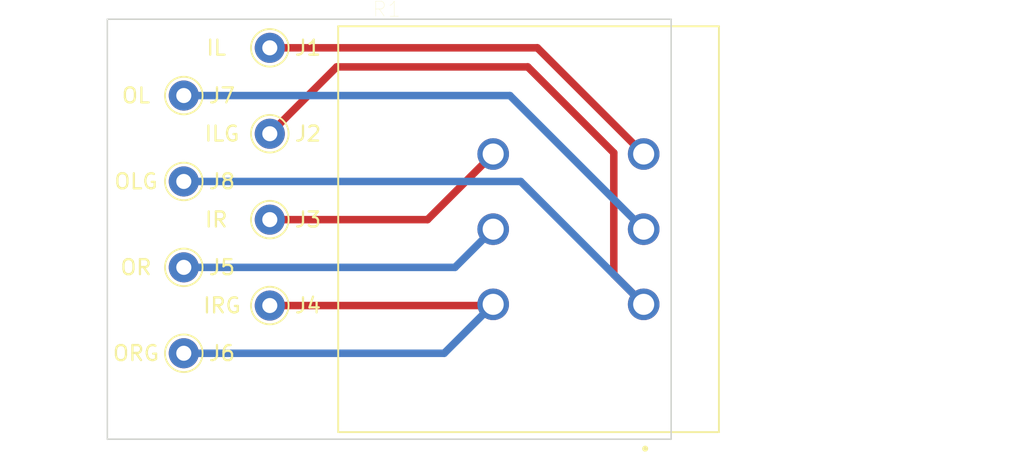
<source format=kicad_pcb>
(kicad_pcb (version 20171130) (host pcbnew "(5.1.8-0-10_14)")

  (general
    (thickness 1.6)
    (drawings 12)
    (tracks 19)
    (zones 0)
    (modules 9)
    (nets 7)
  )

  (page A4)
  (layers
    (0 F.Cu signal)
    (31 B.Cu signal)
    (32 B.Adhes user)
    (33 F.Adhes user)
    (34 B.Paste user)
    (35 F.Paste user)
    (36 B.SilkS user)
    (37 F.SilkS user)
    (38 B.Mask user)
    (39 F.Mask user)
    (40 Dwgs.User user)
    (41 Cmts.User user)
    (42 Eco1.User user)
    (43 Eco2.User user)
    (44 Edge.Cuts user)
    (45 Margin user)
    (46 B.CrtYd user)
    (47 F.CrtYd user)
    (48 B.Fab user)
    (49 F.Fab user)
  )

  (setup
    (last_trace_width 0.5)
    (user_trace_width 0.5)
    (trace_clearance 0.2)
    (zone_clearance 0.508)
    (zone_45_only no)
    (trace_min 0.2)
    (via_size 0.8)
    (via_drill 0.4)
    (via_min_size 0.4)
    (via_min_drill 0.3)
    (uvia_size 0.3)
    (uvia_drill 0.1)
    (uvias_allowed no)
    (uvia_min_size 0.2)
    (uvia_min_drill 0.1)
    (edge_width 0.05)
    (segment_width 0.2)
    (pcb_text_width 0.3)
    (pcb_text_size 1.5 1.5)
    (mod_edge_width 0.12)
    (mod_text_size 1 1)
    (mod_text_width 0.15)
    (pad_size 1.524 1.524)
    (pad_drill 0.762)
    (pad_to_mask_clearance 0)
    (aux_axis_origin 0 0)
    (visible_elements FFFFFF7F)
    (pcbplotparams
      (layerselection 0x010f0_ffffffff)
      (usegerberextensions false)
      (usegerberattributes false)
      (usegerberadvancedattributes false)
      (creategerberjobfile false)
      (excludeedgelayer true)
      (linewidth 0.100000)
      (plotframeref false)
      (viasonmask false)
      (mode 1)
      (useauxorigin false)
      (hpglpennumber 1)
      (hpglpenspeed 20)
      (hpglpendiameter 15.000000)
      (psnegative false)
      (psa4output false)
      (plotreference true)
      (plotvalue false)
      (plotinvisibletext false)
      (padsonsilk true)
      (subtractmaskfromsilk false)
      (outputformat 1)
      (mirror false)
      (drillshape 0)
      (scaleselection 1)
      (outputdirectory "gerber/"))
  )

  (net 0 "")
  (net 1 "Net-(J2-Pad1)")
  (net 2 "Net-(J4-Pad1)")
  (net 3 "Net-(J1-Pad1)")
  (net 4 "Net-(J3-Pad1)")
  (net 5 "Net-(J5-Pad1)")
  (net 6 "Net-(J7-Pad1)")

  (net_class Default "This is the default net class."
    (clearance 0.2)
    (trace_width 0.25)
    (via_dia 0.8)
    (via_drill 0.4)
    (uvia_dia 0.3)
    (uvia_drill 0.1)
    (add_net "Net-(J1-Pad1)")
    (add_net "Net-(J2-Pad1)")
    (add_net "Net-(J3-Pad1)")
    (add_net "Net-(J4-Pad1)")
    (add_net "Net-(J5-Pad1)")
    (add_net "Net-(J7-Pad1)")
  )

  (module kicad-lib-snk:TRIM_RK27112A0S20C0A103 (layer F.Cu) (tedit 5FDE21D3) (tstamp 5FF29ED2)
    (at 207.645 94.615)
    (path /60052F81)
    (fp_text reference R1 (at -22.075 -14.635) (layer F.SilkS)
      (effects (font (size 1 1) (thickness 0.015)))
    )
    (fp_text value RK27112A0S20C0A103 (at -10.645 14.635) (layer F.Fab)
      (effects (font (size 1 1) (thickness 0.015)))
    )
    (fp_line (start 0 -13.5) (end -25.3 -13.5) (layer F.Fab) (width 0.127))
    (fp_line (start -25.3 -13.5) (end -25.3 13.5) (layer F.Fab) (width 0.127))
    (fp_line (start -25.3 13.5) (end 0 13.5) (layer F.Fab) (width 0.127))
    (fp_line (start 0 13.5) (end 0 3) (layer F.Fab) (width 0.127))
    (fp_line (start 0 3) (end 0 -3) (layer F.Fab) (width 0.127))
    (fp_line (start 0 -3) (end 0 -13.5) (layer F.Fab) (width 0.127))
    (fp_line (start 0 -13.5) (end -25.3 -13.5) (layer F.SilkS) (width 0.127))
    (fp_line (start -25.3 -13.5) (end -25.3 13.5) (layer F.SilkS) (width 0.127))
    (fp_line (start -25.3 13.5) (end 0 13.5) (layer F.SilkS) (width 0.127))
    (fp_line (start 0 13.5) (end 0 -13.5) (layer F.SilkS) (width 0.127))
    (fp_line (start 0 -3) (end 20 -3) (layer F.Fab) (width 0.127))
    (fp_line (start 20 -3) (end 20 3) (layer F.Fab) (width 0.127))
    (fp_line (start 20 3) (end 0 3) (layer F.Fab) (width 0.127))
    (fp_line (start 0.25 -13.75) (end -25.55 -13.75) (layer F.CrtYd) (width 0.05))
    (fp_line (start -25.55 -13.75) (end -25.55 13.75) (layer F.CrtYd) (width 0.05))
    (fp_line (start -25.55 13.75) (end 0.25 13.75) (layer F.CrtYd) (width 0.05))
    (fp_line (start 0.25 13.75) (end 0.25 3.25) (layer F.CrtYd) (width 0.05))
    (fp_line (start 0.25 3.25) (end 20.25 3.25) (layer F.CrtYd) (width 0.05))
    (fp_line (start 20.25 3.25) (end 20.25 -3.25) (layer F.CrtYd) (width 0.05))
    (fp_line (start 20.25 -3.25) (end 0.25 -3.25) (layer F.CrtYd) (width 0.05))
    (fp_line (start 0.25 -3.25) (end 0.25 -13.75) (layer F.CrtYd) (width 0.05))
    (fp_circle (center -4.9 14.6) (end -4.8 14.6) (layer F.SilkS) (width 0.2))
    (fp_circle (center -4.9 14.6) (end -4.8 14.6) (layer F.Fab) (width 0.2))
    (pad 3_1 thru_hole circle (at -5 -5) (size 2.1 2.1) (drill 1.4) (layers *.Cu *.Mask)
      (net 3 "Net-(J1-Pad1)"))
    (pad 2_1 thru_hole circle (at -5 0) (size 2.1 2.1) (drill 1.4) (layers *.Cu *.Mask)
      (net 6 "Net-(J7-Pad1)"))
    (pad 1_1 thru_hole circle (at -5 5) (size 2.1 2.1) (drill 1.4) (layers *.Cu *.Mask)
      (net 1 "Net-(J2-Pad1)"))
    (pad 3_2 thru_hole circle (at -15 -5) (size 2.1 2.1) (drill 1.4) (layers *.Cu *.Mask)
      (net 4 "Net-(J3-Pad1)"))
    (pad 2_2 thru_hole circle (at -15 0) (size 2.1 2.1) (drill 1.4) (layers *.Cu *.Mask)
      (net 5 "Net-(J5-Pad1)"))
    (pad 1_2 thru_hole circle (at -15 5) (size 2.1 2.1) (drill 1.4) (layers *.Cu *.Mask)
      (net 2 "Net-(J4-Pad1)"))
  )

  (module Connector_Pin:Pin_D1.0mm_L10.0mm (layer F.Cu) (tedit 5A1DC084) (tstamp 5FF23E45)
    (at 172.085 91.44)
    (descr "solder Pin_ diameter 1.0mm, hole diameter 1.0mm (press fit), length 10.0mm")
    (tags "solder Pin_ press fit")
    (path /60076F59)
    (fp_text reference J8 (at 2.54 0) (layer F.SilkS)
      (effects (font (size 1 1) (thickness 0.15)))
    )
    (fp_text value OUTR_GND (at -8.255 0) (layer F.Fab)
      (effects (font (size 1 1) (thickness 0.15)))
    )
    (fp_circle (center 0 0) (end 1.25 0.05) (layer F.SilkS) (width 0.12))
    (fp_circle (center 0 0) (end 1 0) (layer F.Fab) (width 0.12))
    (fp_circle (center 0 0) (end 0.5 0) (layer F.Fab) (width 0.12))
    (fp_circle (center 0 0) (end 1.5 0) (layer F.CrtYd) (width 0.05))
    (fp_text user %R (at 0 2.25) (layer F.Fab)
      (effects (font (size 1 1) (thickness 0.15)))
    )
    (pad 1 thru_hole circle (at 0 0) (size 2 2) (drill 1) (layers *.Cu *.Mask)
      (net 1 "Net-(J2-Pad1)"))
    (model ${KISYS3DMOD}/Connector_Pin.3dshapes/Pin_D1.0mm_L10.0mm.wrl
      (at (xyz 0 0 0))
      (scale (xyz 1 1 1))
      (rotate (xyz 0 0 0))
    )
  )

  (module Connector_Pin:Pin_D1.0mm_L10.0mm (layer F.Cu) (tedit 5A1DC084) (tstamp 5FF23E3B)
    (at 172.085 85.725)
    (descr "solder Pin_ diameter 1.0mm, hole diameter 1.0mm (press fit), length 10.0mm")
    (tags "solder Pin_ press fit")
    (path /60076F43)
    (fp_text reference J7 (at 2.54 0) (layer F.SilkS)
      (effects (font (size 1 1) (thickness 0.15)))
    )
    (fp_text value OUTL (at -1.905 -3.81) (layer F.Fab)
      (effects (font (size 1 1) (thickness 0.15)))
    )
    (fp_circle (center 0 0) (end 1.25 0.05) (layer F.SilkS) (width 0.12))
    (fp_circle (center 0 0) (end 1 0) (layer F.Fab) (width 0.12))
    (fp_circle (center 0 0) (end 0.5 0) (layer F.Fab) (width 0.12))
    (fp_circle (center 0 0) (end 1.5 0) (layer F.CrtYd) (width 0.05))
    (fp_text user %R (at 0 2.25) (layer F.Fab)
      (effects (font (size 1 1) (thickness 0.15)))
    )
    (pad 1 thru_hole circle (at 0 0) (size 2 2) (drill 1) (layers *.Cu *.Mask)
      (net 6 "Net-(J7-Pad1)"))
    (model ${KISYS3DMOD}/Connector_Pin.3dshapes/Pin_D1.0mm_L10.0mm.wrl
      (at (xyz 0 0 0))
      (scale (xyz 1 1 1))
      (rotate (xyz 0 0 0))
    )
  )

  (module Connector_Pin:Pin_D1.0mm_L10.0mm (layer F.Cu) (tedit 5A1DC084) (tstamp 5FF23E31)
    (at 172.085 102.87)
    (descr "solder Pin_ diameter 1.0mm, hole diameter 1.0mm (press fit), length 10.0mm")
    (tags "solder Pin_ press fit")
    (path /60075EAA)
    (fp_text reference J6 (at 2.54 0) (layer F.SilkS)
      (effects (font (size 1 1) (thickness 0.15)))
    )
    (fp_text value OUTR_GND (at 0 -2.05) (layer F.Fab)
      (effects (font (size 1 1) (thickness 0.15)))
    )
    (fp_circle (center 0 0) (end 1.25 0.05) (layer F.SilkS) (width 0.12))
    (fp_circle (center 0 0) (end 1 0) (layer F.Fab) (width 0.12))
    (fp_circle (center 0 0) (end 0.5 0) (layer F.Fab) (width 0.12))
    (fp_circle (center 0 0) (end 1.5 0) (layer F.CrtYd) (width 0.05))
    (fp_text user %R (at 0 2.25) (layer F.Fab)
      (effects (font (size 1 1) (thickness 0.15)))
    )
    (pad 1 thru_hole circle (at 0 0) (size 2 2) (drill 1) (layers *.Cu *.Mask)
      (net 2 "Net-(J4-Pad1)"))
    (model ${KISYS3DMOD}/Connector_Pin.3dshapes/Pin_D1.0mm_L10.0mm.wrl
      (at (xyz 0 0 0))
      (scale (xyz 1 1 1))
      (rotate (xyz 0 0 0))
    )
  )

  (module Connector_Pin:Pin_D1.0mm_L10.0mm (layer F.Cu) (tedit 5A1DC084) (tstamp 5FF23E27)
    (at 172.085 97.155)
    (descr "solder Pin_ diameter 1.0mm, hole diameter 1.0mm (press fit), length 10.0mm")
    (tags "solder Pin_ press fit")
    (path /60073FA1)
    (fp_text reference J5 (at 2.54 0) (layer F.SilkS)
      (effects (font (size 1 1) (thickness 0.15)))
    )
    (fp_text value OUTR (at 0 -2.05) (layer F.Fab)
      (effects (font (size 1 1) (thickness 0.15)))
    )
    (fp_circle (center 0 0) (end 1.25 0.05) (layer F.SilkS) (width 0.12))
    (fp_circle (center 0 0) (end 1 0) (layer F.Fab) (width 0.12))
    (fp_circle (center 0 0) (end 0.5 0) (layer F.Fab) (width 0.12))
    (fp_circle (center 0 0) (end 1.5 0) (layer F.CrtYd) (width 0.05))
    (fp_text user %R (at 0 2.25) (layer F.Fab)
      (effects (font (size 1 1) (thickness 0.15)))
    )
    (pad 1 thru_hole circle (at 0 0) (size 2 2) (drill 1) (layers *.Cu *.Mask)
      (net 5 "Net-(J5-Pad1)"))
    (model ${KISYS3DMOD}/Connector_Pin.3dshapes/Pin_D1.0mm_L10.0mm.wrl
      (at (xyz 0 0 0))
      (scale (xyz 1 1 1))
      (rotate (xyz 0 0 0))
    )
  )

  (module Connector_Pin:Pin_D1.0mm_L10.0mm (layer F.Cu) (tedit 5A1DC084) (tstamp 5FF23E1D)
    (at 177.8 99.695)
    (descr "solder Pin_ diameter 1.0mm, hole diameter 1.0mm (press fit), length 10.0mm")
    (tags "solder Pin_ press fit")
    (path /6006067B)
    (fp_text reference J4 (at 2.54 0) (layer F.SilkS)
      (effects (font (size 1 1) (thickness 0.15)))
    )
    (fp_text value INR_GND (at 0 -2.05) (layer F.Fab)
      (effects (font (size 1 1) (thickness 0.15)))
    )
    (fp_circle (center 0 0) (end 1.25 0.05) (layer F.SilkS) (width 0.12))
    (fp_circle (center 0 0) (end 1 0) (layer F.Fab) (width 0.12))
    (fp_circle (center 0 0) (end 0.5 0) (layer F.Fab) (width 0.12))
    (fp_circle (center 0 0) (end 1.5 0) (layer F.CrtYd) (width 0.05))
    (fp_text user %R (at 0 2.25) (layer F.Fab)
      (effects (font (size 1 1) (thickness 0.15)))
    )
    (pad 1 thru_hole circle (at 0 0) (size 2 2) (drill 1) (layers *.Cu *.Mask)
      (net 2 "Net-(J4-Pad1)"))
    (model ${KISYS3DMOD}/Connector_Pin.3dshapes/Pin_D1.0mm_L10.0mm.wrl
      (at (xyz 0 0 0))
      (scale (xyz 1 1 1))
      (rotate (xyz 0 0 0))
    )
  )

  (module Connector_Pin:Pin_D1.0mm_L10.0mm (layer F.Cu) (tedit 5A1DC084) (tstamp 5FF23E13)
    (at 177.8 93.98)
    (descr "solder Pin_ diameter 1.0mm, hole diameter 1.0mm (press fit), length 10.0mm")
    (tags "solder Pin_ press fit")
    (path /60060691)
    (fp_text reference J3 (at 2.54 0) (layer F.SilkS)
      (effects (font (size 1 1) (thickness 0.15)))
    )
    (fp_text value INR (at 0 -2.05) (layer F.Fab)
      (effects (font (size 1 1) (thickness 0.15)))
    )
    (fp_circle (center 0 0) (end 1.25 0.05) (layer F.SilkS) (width 0.12))
    (fp_circle (center 0 0) (end 1 0) (layer F.Fab) (width 0.12))
    (fp_circle (center 0 0) (end 0.5 0) (layer F.Fab) (width 0.12))
    (fp_circle (center 0 0) (end 1.5 0) (layer F.CrtYd) (width 0.05))
    (fp_text user %R (at 0 2.25) (layer F.Fab)
      (effects (font (size 1 1) (thickness 0.15)))
    )
    (pad 1 thru_hole circle (at 0 0) (size 2 2) (drill 1) (layers *.Cu *.Mask)
      (net 4 "Net-(J3-Pad1)"))
    (model ${KISYS3DMOD}/Connector_Pin.3dshapes/Pin_D1.0mm_L10.0mm.wrl
      (at (xyz 0 0 0))
      (scale (xyz 1 1 1))
      (rotate (xyz 0 0 0))
    )
  )

  (module Connector_Pin:Pin_D1.0mm_L10.0mm (layer F.Cu) (tedit 5A1DC084) (tstamp 5FF23E09)
    (at 177.8 88.265)
    (descr "solder Pin_ diameter 1.0mm, hole diameter 1.0mm (press fit), length 10.0mm")
    (tags "solder Pin_ press fit")
    (path /6005D6BF)
    (fp_text reference J2 (at 2.54 0) (layer F.SilkS)
      (effects (font (size 1 1) (thickness 0.15)))
    )
    (fp_text value INL_GND (at 0 -2.05) (layer F.Fab)
      (effects (font (size 1 1) (thickness 0.15)))
    )
    (fp_circle (center 0 0) (end 1.25 0.05) (layer F.SilkS) (width 0.12))
    (fp_circle (center 0 0) (end 1 0) (layer F.Fab) (width 0.12))
    (fp_circle (center 0 0) (end 0.5 0) (layer F.Fab) (width 0.12))
    (fp_circle (center 0 0) (end 1.5 0) (layer F.CrtYd) (width 0.05))
    (fp_text user %R (at 0 2.25) (layer F.Fab)
      (effects (font (size 1 1) (thickness 0.15)))
    )
    (pad 1 thru_hole circle (at 0 0) (size 2 2) (drill 1) (layers *.Cu *.Mask)
      (net 1 "Net-(J2-Pad1)"))
    (model ${KISYS3DMOD}/Connector_Pin.3dshapes/Pin_D1.0mm_L10.0mm.wrl
      (at (xyz 0 0 0))
      (scale (xyz 1 1 1))
      (rotate (xyz 0 0 0))
    )
  )

  (module Connector_Pin:Pin_D1.0mm_L10.0mm (layer F.Cu) (tedit 5A1DC084) (tstamp 5FF23DFF)
    (at 177.8 82.55)
    (descr "solder Pin_ diameter 1.0mm, hole diameter 1.0mm (press fit), length 10.0mm")
    (tags "solder Pin_ press fit")
    (path /6005F8CB)
    (fp_text reference J1 (at 2.54 0) (layer F.SilkS)
      (effects (font (size 1 1) (thickness 0.15)))
    )
    (fp_text value INL (at 0 -2.05) (layer F.Fab)
      (effects (font (size 1 1) (thickness 0.15)))
    )
    (fp_circle (center 0 0) (end 1.25 0.05) (layer F.SilkS) (width 0.12))
    (fp_circle (center 0 0) (end 1 0) (layer F.Fab) (width 0.12))
    (fp_circle (center 0 0) (end 0.5 0) (layer F.Fab) (width 0.12))
    (fp_circle (center 0 0) (end 1.5 0) (layer F.CrtYd) (width 0.05))
    (fp_text user %R (at 0 2.25) (layer F.Fab)
      (effects (font (size 1 1) (thickness 0.15)))
    )
    (pad 1 thru_hole circle (at 0 0) (size 2 2) (drill 1) (layers *.Cu *.Mask)
      (net 3 "Net-(J1-Pad1)"))
    (model ${KISYS3DMOD}/Connector_Pin.3dshapes/Pin_D1.0mm_L10.0mm.wrl
      (at (xyz 0 0 0))
      (scale (xyz 1 1 1))
      (rotate (xyz 0 0 0))
    )
  )

  (gr_text ORG (at 168.91 102.87) (layer F.SilkS) (tstamp 5FF2AC41)
    (effects (font (size 1 1) (thickness 0.15)))
  )
  (gr_text OR (at 168.91 97.155) (layer F.SilkS) (tstamp 5FF2AC3C)
    (effects (font (size 1 1) (thickness 0.15)))
  )
  (gr_text OLG (at 168.91 91.44) (layer F.SilkS) (tstamp 5FF2AC35)
    (effects (font (size 1 1) (thickness 0.15)))
  )
  (gr_text IRG (at 174.625 99.695) (layer F.SilkS) (tstamp 5FF2ABFD)
    (effects (font (size 1 1) (thickness 0.15)))
  )
  (gr_text "IR " (at 174.625 93.98) (layer F.SilkS) (tstamp 5FF2ABF7)
    (effects (font (size 1 1) (thickness 0.15)))
  )
  (gr_text ILG (at 174.625 88.265) (layer F.SilkS) (tstamp 5FF2ABD3)
    (effects (font (size 1 1) (thickness 0.15)))
  )
  (gr_text OL (at 168.91 85.725) (layer F.SilkS) (tstamp 5FF2ABCA)
    (effects (font (size 1 1) (thickness 0.15)))
  )
  (gr_text "IL " (at 174.625 82.55) (layer F.SilkS)
    (effects (font (size 1 1) (thickness 0.15)))
  )
  (gr_line (start 204.47 80.645) (end 204.47 108.585) (layer Edge.Cuts) (width 0.1))
  (gr_line (start 167.005 80.645) (end 204.47 80.645) (layer Edge.Cuts) (width 0.1))
  (gr_line (start 167.005 108.585) (end 167.005 80.645) (layer Edge.Cuts) (width 0.1))
  (gr_line (start 204.47 108.585) (end 167.005 108.585) (layer Edge.Cuts) (width 0.1))

  (segment (start 177.8 88.265) (end 182.245 83.82) (width 0.5) (layer F.Cu) (net 1))
  (segment (start 182.245 83.82) (end 194.945 83.82) (width 0.5) (layer F.Cu) (net 1))
  (segment (start 194.945 83.82) (end 200.66 89.535) (width 0.5) (layer F.Cu) (net 1))
  (segment (start 200.66 97.63) (end 202.645 99.615) (width 0.5) (layer F.Cu) (net 1))
  (segment (start 200.66 89.535) (end 200.66 97.63) (width 0.5) (layer F.Cu) (net 1))
  (segment (start 194.47 91.44) (end 202.645 99.615) (width 0.5) (layer B.Cu) (net 1))
  (segment (start 172.085 91.44) (end 194.47 91.44) (width 0.5) (layer B.Cu) (net 1))
  (segment (start 192.565 99.695) (end 192.645 99.615) (width 0.5) (layer F.Cu) (net 2))
  (segment (start 177.8 99.695) (end 192.565 99.695) (width 0.5) (layer F.Cu) (net 2))
  (segment (start 189.39 102.87) (end 192.645 99.615) (width 0.5) (layer B.Cu) (net 2))
  (segment (start 172.085 102.87) (end 189.39 102.87) (width 0.5) (layer B.Cu) (net 2))
  (segment (start 195.58 82.55) (end 202.645 89.615) (width 0.5) (layer F.Cu) (net 3))
  (segment (start 177.8 82.55) (end 195.58 82.55) (width 0.5) (layer F.Cu) (net 3))
  (segment (start 188.28 93.98) (end 192.645 89.615) (width 0.5) (layer F.Cu) (net 4))
  (segment (start 177.8 93.98) (end 188.28 93.98) (width 0.5) (layer F.Cu) (net 4))
  (segment (start 190.105 97.155) (end 192.645 94.615) (width 0.5) (layer B.Cu) (net 5))
  (segment (start 172.085 97.155) (end 190.105 97.155) (width 0.5) (layer B.Cu) (net 5))
  (segment (start 193.755 85.725) (end 202.645 94.615) (width 0.5) (layer B.Cu) (net 6))
  (segment (start 172.085 85.725) (end 193.755 85.725) (width 0.5) (layer B.Cu) (net 6))

)

</source>
